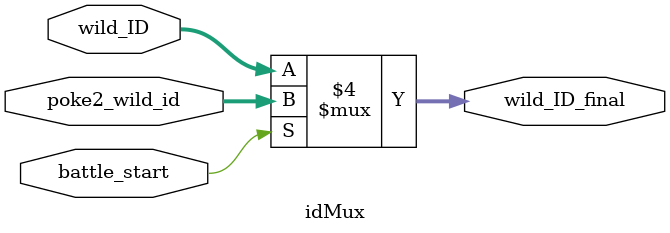
<source format=sv>
module idMux(input logic [4:0] poke2_wild_id, // comes from poke_battle
input logic [4:0] wild_ID,
output [4:0] wild_ID_final, // connect to poke_battle
input battle_start

);

always_comb
begin
if(battle_start==1'b0)
wild_ID_final= wild_ID;
else 
wild_ID_final = poke2_wild_id;
end

endmodule
</source>
